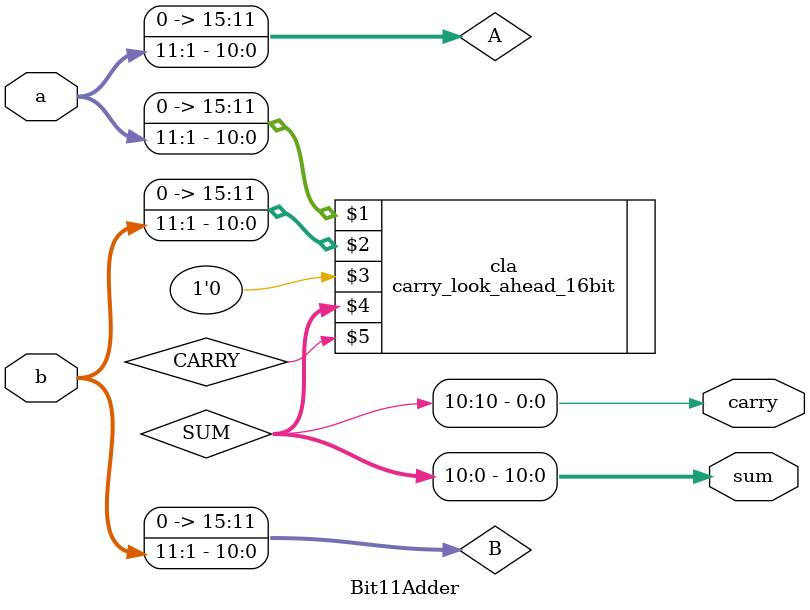
<source format=v>

module Bit11Adder (a, b, sum, carry);

input [11:1] a;
input [11:1] b;

output [11:1] sum;
output carry;

wire [15:0] A, B, SUM;
wire CARRY;

assign A[10:0] = a;
assign A[15:11] = 5'b00000;
assign B[10:0] = b;
assign B[15:11] = 5'b00000;

carry_look_ahead_16bit cla (A, B, 1'b0, SUM, CARRY);

assign sum = SUM[10:0];
assign carry = sum[11];

endmodule
</source>
